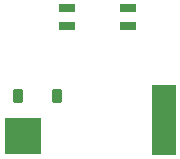
<source format=gbr>
%TF.GenerationSoftware,KiCad,Pcbnew,7.0.2*%
%TF.CreationDate,2023-05-08T22:38:25+02:00*%
%TF.ProjectId,verasity_PCB,76657261-7369-4747-995f-5043422e6b69,rev?*%
%TF.SameCoordinates,Original*%
%TF.FileFunction,Paste,Bot*%
%TF.FilePolarity,Positive*%
%FSLAX46Y46*%
G04 Gerber Fmt 4.6, Leading zero omitted, Abs format (unit mm)*
G04 Created by KiCad (PCBNEW 7.0.2) date 2023-05-08 22:38:25*
%MOMM*%
%LPD*%
G01*
G04 APERTURE LIST*
G04 Aperture macros list*
%AMRoundRect*
0 Rectangle with rounded corners*
0 $1 Rounding radius*
0 $2 $3 $4 $5 $6 $7 $8 $9 X,Y pos of 4 corners*
0 Add a 4 corners polygon primitive as box body*
4,1,4,$2,$3,$4,$5,$6,$7,$8,$9,$2,$3,0*
0 Add four circle primitives for the rounded corners*
1,1,$1+$1,$2,$3*
1,1,$1+$1,$4,$5*
1,1,$1+$1,$6,$7*
1,1,$1+$1,$8,$9*
0 Add four rect primitives between the rounded corners*
20,1,$1+$1,$2,$3,$4,$5,0*
20,1,$1+$1,$4,$5,$6,$7,0*
20,1,$1+$1,$6,$7,$8,$9,0*
20,1,$1+$1,$8,$9,$2,$3,0*%
G04 Aperture macros list end*
%ADD10RoundRect,0.225000X-0.225000X-0.375000X0.225000X-0.375000X0.225000X0.375000X-0.225000X0.375000X0*%
%ADD11R,3.170000X3.170000*%
%ADD12R,1.400000X0.800000*%
%ADD13R,2.000000X5.900000*%
G04 APERTURE END LIST*
D10*
%TO.C,REF\u002A\u002A*%
X35443750Y-95980000D03*
D11*
X35828750Y-99395000D03*
D10*
X38743750Y-95980000D03*
D12*
X39543750Y-88555000D03*
X39543750Y-90005000D03*
X44743750Y-88555000D03*
X44743750Y-90005000D03*
D13*
X47743750Y-98030000D03*
%TD*%
M02*

</source>
